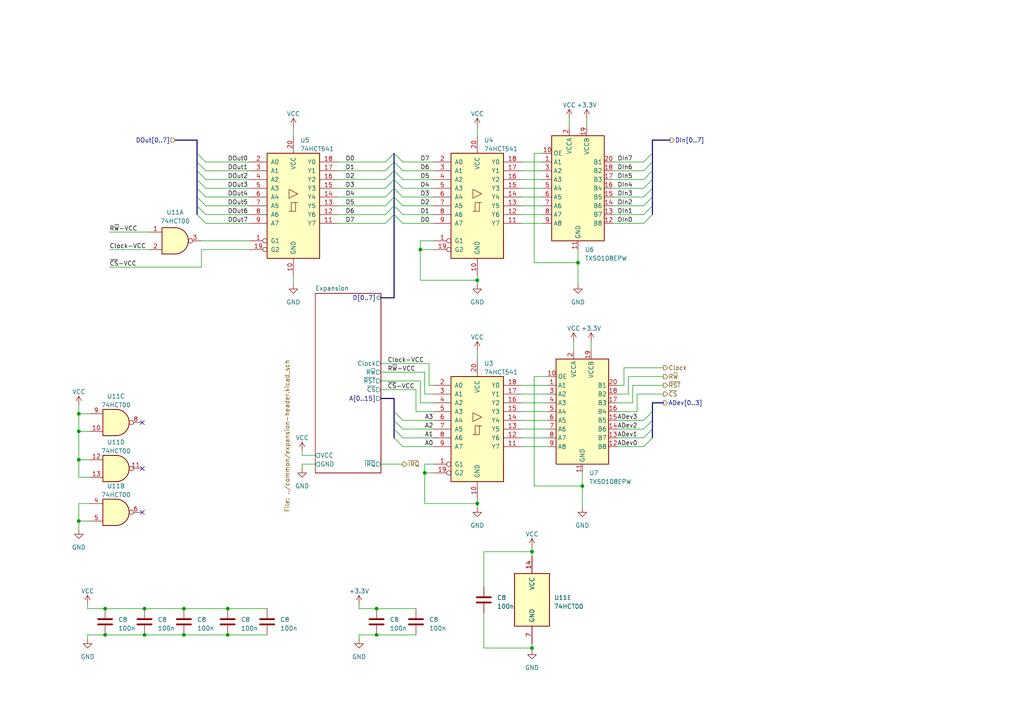
<source format=kicad_sch>
(kicad_sch (version 20230121) (generator eeschema)
  (paper "A4")
  (lib_symbols
    (symbol "74xx:74HCT00" (pin_names (offset 1.016))
      (property "Reference" "U" (at 0 1.27 0))
      (property "Value" "74HCT00" (at 0 -1.27 0))
      (symbol "74HCT00_1_1"
        (arc (start 0 -3.81) (mid 3.7934 0) (end 0 3.81) (stroke (width 0.254)) (fill (type background)))
        (polyline (pts (xy 0 3.81) (xy -3.81 3.81) (xy -3.81 -3.81) (xy 0 -3.81)) (stroke (width 0.254)) (fill (type background)))
        (pin input line (at -7.62 2.54 0) (length 3.81) (name "~") (number "1"))
        (pin input line (at -7.62 -2.54 0) (length 3.81) (name "~") (number "2"))
        (pin output inverted (at 7.62 0 180) (length 3.81) (name "~") (number "3"))
      )
      (symbol "74HCT00_1_2"
        (arc (start -3.81 -3.81) (mid -2.589 0) (end -3.81 3.81) (stroke (width 0.254)))
        (arc (start -0.6096 -3.81) (mid 2.1842 -2.5851) (end 3.81 0) (stroke (width 0.254)) (fill (type background)))
        (polyline (pts (xy -3.81 -3.81) (xy -0.635 -3.81)) (stroke (width 0.254)) (fill (type background)))
        (polyline (pts (xy -3.81 3.81) (xy -0.635 3.81)) (stroke (width 0.254)) (fill (type background)))
        (polyline (pts (xy -0.635 3.81) (xy -3.81 3.81) (xy -3.81 3.81) (xy -3.556 3.4036) (xy -3.0226 2.2606) (xy -2.6924 1.0414) (xy -2.6162 -0.254) (xy -2.7686 -1.4986) (xy -3.175 -2.7178) (xy -3.81 -3.81) (xy -3.81 -3.81) (xy -0.635 -3.81)) (stroke (width -25.4)) (fill (type background)))
        (arc (start 3.81 0) (mid 2.1915 2.5936) (end -0.6096 3.81) (stroke (width 0.254)) (fill (type background)))
        (pin input inverted (at -7.62 2.54 0) (length 4.318) (name "~") (number "1"))
        (pin input inverted (at -7.62 -2.54 0) (length 4.318) (name "~") (number "2"))
        (pin output line (at 7.62 0 180) (length 3.81) (name "~") (number "3"))
      )
      (symbol "74HCT00_2_1"
        (arc (start 0 -3.81) (mid 3.7934 0) (end 0 3.81) (stroke (width 0.254)) (fill (type background)))
        (polyline (pts (xy 0 3.81) (xy -3.81 3.81) (xy -3.81 -3.81) (xy 0 -3.81)) (stroke (width 0.254)) (fill (type background)))
        (pin input line (at -7.62 2.54 0) (length 3.81) (name "~") (number "4"))
        (pin input line (at -7.62 -2.54 0) (length 3.81) (name "~") (number "5"))
        (pin output inverted (at 7.62 0 180) (length 3.81) (name "~") (number "6"))
      )
      (symbol "74HCT00_2_2"
        (arc (start -3.81 -3.81) (mid -2.589 0) (end -3.81 3.81) (stroke (width 0.254)))
        (arc (start -0.6096 -3.81) (mid 2.1842 -2.5851) (end 3.81 0) (stroke (width 0.254)) (fill (type background)))
        (polyline (pts (xy -3.81 -3.81) (xy -0.635 -3.81)) (stroke (width 0.254)) (fill (type background)))
        (polyline (pts (xy -3.81 3.81) (xy -0.635 3.81)) (stroke (width 0.254)) (fill (type background)))
        (polyline (pts (xy -0.635 3.81) (xy -3.81 3.81) (xy -3.81 3.81) (xy -3.556 3.4036) (xy -3.0226 2.2606) (xy -2.6924 1.0414) (xy -2.6162 -0.254) (xy -2.7686 -1.4986) (xy -3.175 -2.7178) (xy -3.81 -3.81) (xy -3.81 -3.81) (xy -0.635 -3.81)) (stroke (width -25.4)) (fill (type background)))
        (arc (start 3.81 0) (mid 2.1915 2.5936) (end -0.6096 3.81) (stroke (width 0.254)) (fill (type background)))
        (pin input inverted (at -7.62 2.54 0) (length 4.318) (name "~") (number "4"))
        (pin input inverted (at -7.62 -2.54 0) (length 4.318) (name "~") (number "5"))
        (pin output line (at 7.62 0 180) (length 3.81) (name "~") (number "6"))
      )
      (symbol "74HCT00_3_1"
        (arc (start 0 -3.81) (mid 3.7934 0) (end 0 3.81) (stroke (width 0.254)) (fill (type background)))
        (polyline (pts (xy 0 3.81) (xy -3.81 3.81) (xy -3.81 -3.81) (xy 0 -3.81)) (stroke (width 0.254)) (fill (type background)))
        (pin input line (at -7.62 -2.54 0) (length 3.81) (name "~") (number "10"))
        (pin output inverted (at 7.62 0 180) (length 3.81) (name "~") (number "8"))
        (pin input line (at -7.62 2.54 0) (length 3.81) (name "~") (number "9"))
      )
      (symbol "74HCT00_3_2"
        (arc (start -3.81 -3.81) (mid -2.589 0) (end -3.81 3.81) (stroke (width 0.254)))
        (arc (start -0.6096 -3.81) (mid 2.1842 -2.5851) (end 3.81 0) (stroke (width 0.254)) (fill (type background)))
        (polyline (pts (xy -3.81 -3.81) (xy -0.635 -3.81)) (stroke (width 0.254)) (fill (type background)))
        (polyline (pts (xy -3.81 3.81) (xy -0.635 3.81)) (stroke (width 0.254)) (fill (type background)))
        (polyline (pts (xy -0.635 3.81) (xy -3.81 3.81) (xy -3.81 3.81) (xy -3.556 3.4036) (xy -3.0226 2.2606) (xy -2.6924 1.0414) (xy -2.6162 -0.254) (xy -2.7686 -1.4986) (xy -3.175 -2.7178) (xy -3.81 -3.81) (xy -3.81 -3.81) (xy -0.635 -3.81)) (stroke (width -25.4)) (fill (type background)))
        (arc (start 3.81 0) (mid 2.1915 2.5936) (end -0.6096 3.81) (stroke (width 0.254)) (fill (type background)))
        (pin input inverted (at -7.62 -2.54 0) (length 4.318) (name "~") (number "10"))
        (pin output line (at 7.62 0 180) (length 3.81) (name "~") (number "8"))
        (pin input inverted (at -7.62 2.54 0) (length 4.318) (name "~") (number "9"))
      )
      (symbol "74HCT00_4_1"
        (arc (start 0 -3.81) (mid 3.7934 0) (end 0 3.81) (stroke (width 0.254)) (fill (type background)))
        (polyline (pts (xy 0 3.81) (xy -3.81 3.81) (xy -3.81 -3.81) (xy 0 -3.81)) (stroke (width 0.254)) (fill (type background)))
        (pin output inverted (at 7.62 0 180) (length 3.81) (name "~") (number "11"))
        (pin input line (at -7.62 2.54 0) (length 3.81) (name "~") (number "12"))
        (pin input line (at -7.62 -2.54 0) (length 3.81) (name "~") (number "13"))
      )
      (symbol "74HCT00_4_2"
        (arc (start -3.81 -3.81) (mid -2.589 0) (end -3.81 3.81) (stroke (width 0.254)))
        (arc (start -0.6096 -3.81) (mid 2.1842 -2.5851) (end 3.81 0) (stroke (width 0.254)) (fill (type background)))
        (polyline (pts (xy -3.81 -3.81) (xy -0.635 -3.81)) (stroke (width 0.254)) (fill (type background)))
        (polyline (pts (xy -3.81 3.81) (xy -0.635 3.81)) (stroke (width 0.254)) (fill (type background)))
        (polyline (pts (xy -0.635 3.81) (xy -3.81 3.81) (xy -3.81 3.81) (xy -3.556 3.4036) (xy -3.0226 2.2606) (xy -2.6924 1.0414) (xy -2.6162 -0.254) (xy -2.7686 -1.4986) (xy -3.175 -2.7178) (xy -3.81 -3.81) (xy -3.81 -3.81) (xy -0.635 -3.81)) (stroke (width -25.4)) (fill (type background)))
        (arc (start 3.81 0) (mid 2.1915 2.5936) (end -0.6096 3.81) (stroke (width 0.254)) (fill (type background)))
        (pin output line (at 7.62 0 180) (length 3.81) (name "~") (number "11"))
        (pin input inverted (at -7.62 2.54 0) (length 4.318) (name "~") (number "12"))
        (pin input inverted (at -7.62 -2.54 0) (length 4.318) (name "~") (number "13"))
      )
      (symbol "74HCT00_5_0"
        (pin power_in line (at 0 12.7 270) (length 5.08) (name "VCC") (number "14"))
        (pin power_in line (at 0 -12.7 90) (length 5.08) (name "GND") (number "7"))
      )
      (symbol "74HCT00_5_1"
        (rectangle (start -5.08 7.62) (end 5.08 -7.62) (stroke (width 0.254)) (fill (type background)))
      )
    )
    (symbol "74xx:74LS541" (pin_names (offset 1.016))
      (property "Reference" "U" (at -7.62 16.51 0))
      (property "Value" "74LS541" (at -7.62 -16.51 0))
      (symbol "74LS541_1_0"
        (polyline (pts (xy -0.635 -1.6002) (xy -0.635 0.9398) (xy 0.635 0.9398)))
        (polyline (pts (xy -1.27 -1.6002) (xy 0.635 -1.6002) (xy 0.635 0.9398) (xy 1.27 0.9398)))
        (polyline (pts (xy 1.27 3.4798) (xy -1.27 4.7498) (xy -1.27 2.2098) (xy 1.27 3.4798)) (stroke (width 0.1524)))
        (pin input inverted (at -12.7 -10.16 0) (length 5.08) (name "G1") (number "1"))
        (pin power_in line (at 0 -20.32 90) (length 5.08) (name "GND") (number "10"))
        (pin tri_state line (at 12.7 -5.08 180) (length 5.08) (name "Y7") (number "11"))
        (pin tri_state line (at 12.7 -2.54 180) (length 5.08) (name "Y6") (number "12"))
        (pin tri_state line (at 12.7 0 180) (length 5.08) (name "Y5") (number "13"))
        (pin tri_state line (at 12.7 2.54 180) (length 5.08) (name "Y4") (number "14"))
        (pin tri_state line (at 12.7 5.08 180) (length 5.08) (name "Y3") (number "15"))
        (pin tri_state line (at 12.7 7.62 180) (length 5.08) (name "Y2") (number "16"))
        (pin tri_state line (at 12.7 10.16 180) (length 5.08) (name "Y1") (number "17"))
        (pin tri_state line (at 12.7 12.7 180) (length 5.08) (name "Y0") (number "18"))
        (pin input inverted (at -12.7 -12.7 0) (length 5.08) (name "G2") (number "19"))
        (pin input line (at -12.7 12.7 0) (length 5.08) (name "A0") (number "2"))
        (pin power_in line (at 0 20.32 270) (length 5.08) (name "VCC") (number "20"))
        (pin input line (at -12.7 10.16 0) (length 5.08) (name "A1") (number "3"))
        (pin input line (at -12.7 7.62 0) (length 5.08) (name "A2") (number "4"))
        (pin input line (at -12.7 5.08 0) (length 5.08) (name "A3") (number "5"))
        (pin input line (at -12.7 2.54 0) (length 5.08) (name "A4") (number "6"))
        (pin input line (at -12.7 0 0) (length 5.08) (name "A5") (number "7"))
        (pin input line (at -12.7 -2.54 0) (length 5.08) (name "A6") (number "8"))
        (pin input line (at -12.7 -5.08 0) (length 5.08) (name "A7") (number "9"))
      )
      (symbol "74LS541_1_1"
        (rectangle (start -7.62 15.24) (end 7.62 -15.24) (stroke (width 0.254)) (fill (type background)))
      )
    )
    (symbol "Device:C" (pin_numbers hide) (pin_names (offset 0.254))
      (property "Reference" "C" (at 0.635 2.54 0))
      (property "Value" "C" (at 0.635 -2.54 0))
      (symbol "C_0_1"
        (polyline (pts (xy -2.032 -0.762) (xy 2.032 -0.762)) (stroke (width 0.508)))
        (polyline (pts (xy -2.032 0.762) (xy 2.032 0.762)) (stroke (width 0.508)))
      )
      (symbol "C_1_1"
        (pin passive line (at 0 3.81 270) (length 2.794) (name "~") (number "1"))
        (pin passive line (at 0 -3.81 90) (length 2.794) (name "~") (number "2"))
      )
    )
    (symbol "Logic_LevelTranslator:TXS0108EPW"
      (property "Reference" "U" (at -6.35 16.51 0))
      (property "Value" "TXS0108EPW" (at 3.81 16.51 0))
      (symbol "TXS0108EPW_0_1"
        (rectangle (start -7.62 15.24) (end 7.62 -15.24) (stroke (width 0.254)) (fill (type background)))
      )
      (symbol "TXS0108EPW_1_1"
        (pin bidirectional line (at -10.16 7.62 0) (length 2.54) (name "A1") (number "1"))
        (pin input line (at -10.16 10.16 0) (length 2.54) (name "OE") (number "10"))
        (pin power_in line (at 0 -17.78 90) (length 2.54) (name "GND") (number "11"))
        (pin bidirectional line (at 10.16 -10.16 180) (length 2.54) (name "B8") (number "12"))
        (pin bidirectional line (at 10.16 -7.62 180) (length 2.54) (name "B7") (number "13"))
        (pin bidirectional line (at 10.16 -5.08 180) (length 2.54) (name "B6") (number "14"))
        (pin bidirectional line (at 10.16 -2.54 180) (length 2.54) (name "B5") (number "15"))
        (pin bidirectional line (at 10.16 0 180) (length 2.54) (name "B4") (number "16"))
        (pin bidirectional line (at 10.16 2.54 180) (length 2.54) (name "B3") (number "17"))
        (pin bidirectional line (at 10.16 5.08 180) (length 2.54) (name "B2") (number "18"))
        (pin power_in line (at 2.54 17.78 270) (length 2.54) (name "VCCB") (number "19"))
        (pin power_in line (at -2.54 17.78 270) (length 2.54) (name "VCCA") (number "2"))
        (pin bidirectional line (at 10.16 7.62 180) (length 2.54) (name "B1") (number "20"))
        (pin bidirectional line (at -10.16 5.08 0) (length 2.54) (name "A2") (number "3"))
        (pin bidirectional line (at -10.16 2.54 0) (length 2.54) (name "A3") (number "4"))
        (pin bidirectional line (at -10.16 0 0) (length 2.54) (name "A4") (number "5"))
        (pin bidirectional line (at -10.16 -2.54 0) (length 2.54) (name "A5") (number "6"))
        (pin bidirectional line (at -10.16 -5.08 0) (length 2.54) (name "A6") (number "7"))
        (pin bidirectional line (at -10.16 -7.62 0) (length 2.54) (name "A7") (number "8"))
        (pin bidirectional line (at -10.16 -10.16 0) (length 2.54) (name "A8") (number "9"))
      )
    )
    (symbol "power:+3.3V" (power) (pin_names (offset 0))
      (property "Value" "+3.3V" (at 0 3.556 0))
      (symbol "+3.3V_0_1"
        (polyline (pts (xy -0.762 1.27) (xy 0 2.54)))
        (polyline (pts (xy 0 0) (xy 0 2.54)))
        (polyline (pts (xy 0 2.54) (xy 0.762 1.27)))
      )
      (symbol "+3.3V_1_1"
        (pin power_in line (at 0 0 90) (length 0) hide (name "+3.3V") (number "1"))
      )
    )
    (symbol "power:GND" (power) (pin_names (offset 0))
      (property "Value" "GND" (at 0 -3.81 0))
      (symbol "GND_0_1"
        (polyline (pts (xy 0 0) (xy 0 -1.27) (xy 1.27 -1.27) (xy 0 -2.54) (xy -1.27 -1.27) (xy 0 -1.27)))
      )
      (symbol "GND_1_1"
        (pin power_in line (at 0 0 270) (length 0) hide (name "GND") (number "1"))
      )
    )
    (symbol "power:VCC" (power) (pin_names (offset 0))
      (property "Value" "VCC" (at 0 3.81 0))
      (symbol "VCC_0_1"
        (polyline (pts (xy -0.762 1.27) (xy 0 2.54)))
        (polyline (pts (xy 0 0) (xy 0 2.54)))
        (polyline (pts (xy 0 2.54) (xy 0.762 1.27)))
      )
      (symbol "VCC_1_1"
        (pin power_in line (at 0 0 90) (length 0) hide (name "VCC") (number "1"))
      )
    )
  )
  (junction (at 41.91 176.53))
  (junction (at 138.43 81.28))
  (junction (at 30.48 176.53))
  (junction (at 22.86 151.13))
  (junction (at 53.34 176.53))
  (junction (at 109.22 176.53))
  (junction (at 53.34 184.15))
  (junction (at 138.43 146.05))
  (junction (at 121.92 72.39))
  (junction (at 154.305 160.02))
  (junction (at 41.91 184.15))
  (junction (at 168.91 140.97))
  (junction (at 66.04 176.53))
  (junction (at 167.64 76.2))
  (junction (at 22.86 120.015))
  (junction (at 22.86 125.095))
  (junction (at 154.305 187.96))
  (junction (at 30.48 184.15))
  (junction (at 66.04 184.15))
  (junction (at 123.19 137.16))
  (junction (at 109.22 184.15))
  (junction (at 22.86 133.35))
  (no_connect (at 41.275 135.89))
  (no_connect (at 41.275 148.59))
  (no_connect (at 41.275 122.555))
  (bus_entry (at 114.3 124.46) (size 2.54 2.54))
  (bus_entry (at 57.15 49.53) (size 2.54 2.54))
  (bus_entry (at 114.3 54.61) (size 2.54 2.54))
  (bus_entry (at 189.23 59.69) (size -2.54 2.54))
  (bus_entry (at 114.3 121.92) (size 2.54 2.54))
  (bus_entry (at 114.3 44.45) (size 2.54 2.54))
  (bus_entry (at 114.3 57.15) (size 2.54 2.54))
  (bus_entry (at 189.23 54.61) (size -2.54 2.54))
  (bus_entry (at 114.3 127) (size 2.54 2.54))
  (bus_entry (at 114.3 54.61) (size -2.54 2.54))
  (bus_entry (at 114.3 46.99) (size 2.54 2.54))
  (bus_entry (at 57.15 57.15) (size 2.54 2.54))
  (bus_entry (at 114.3 119.38) (size 2.54 2.54))
  (bus_entry (at 114.3 44.45) (size -2.54 2.54))
  (bus_entry (at 114.3 52.07) (size 2.54 2.54))
  (bus_entry (at 57.15 62.23) (size 2.54 2.54))
  (bus_entry (at 114.3 49.53) (size 2.54 2.54))
  (bus_entry (at 57.15 46.99) (size 2.54 2.54))
  (bus_entry (at 114.3 57.15) (size -2.54 2.54))
  (bus_entry (at 57.15 54.61) (size 2.54 2.54))
  (bus_entry (at 114.3 49.53) (size -2.54 2.54))
  (bus_entry (at 189.23 62.23) (size -2.54 2.54))
  (bus_entry (at 189.23 46.99) (size -2.54 2.54))
  (bus_entry (at 114.3 52.07) (size -2.54 2.54))
  (bus_entry (at 189.23 57.15) (size -2.54 2.54))
  (bus_entry (at 114.3 46.99) (size -2.54 2.54))
  (bus_entry (at 57.15 59.69) (size 2.54 2.54))
  (bus_entry (at 57.15 44.45) (size 2.54 2.54))
  (bus_entry (at 189.23 121.92) (size -2.54 2.54))
  (bus_entry (at 57.15 52.07) (size 2.54 2.54))
  (bus_entry (at 189.23 124.46) (size -2.54 2.54))
  (bus_entry (at 114.3 62.23) (size 2.54 2.54))
  (bus_entry (at 114.3 59.69) (size 2.54 2.54))
  (bus_entry (at 189.23 52.07) (size -2.54 2.54))
  (bus_entry (at 189.23 44.45) (size -2.54 2.54))
  (bus_entry (at 189.23 119.38) (size -2.54 2.54))
  (bus_entry (at 114.3 62.23) (size -2.54 2.54))
  (bus_entry (at 189.23 127) (size -2.54 2.54))
  (bus_entry (at 114.3 59.69) (size -2.54 2.54))
  (bus_entry (at 189.23 49.53) (size -2.54 2.54))
  (bus (pts (xy 192.405 116.84) (xy 189.23 116.84)))
  (wire (pts (xy 177.8 54.61) (xy 186.69 54.61)))
  (wire (pts (xy 66.04 176.53) (xy 77.47 176.53)))
  (wire (pts (xy 72.39 72.39) (xy 58.42 72.39)))
  (wire (pts (xy 59.69 62.23) (xy 72.39 62.23)))
  (wire (pts (xy 140.335 177.8) (xy 140.335 187.96)))
  (wire (pts (xy 154.305 158.75) (xy 154.305 160.02)))
  (wire (pts (xy 168.91 140.97) (xy 168.91 137.16)))
  (wire (pts (xy 111.76 46.99) (xy 97.79 46.99)))
  (wire (pts (xy 154.305 160.02) (xy 154.305 161.29)))
  (wire (pts (xy 110.49 105.41) (xy 124.46 105.41)))
  (wire (pts (xy 184.785 119.38) (xy 179.07 119.38)))
  (wire (pts (xy 110.49 113.03) (xy 120.65 113.03)))
  (wire (pts (xy 182.245 114.3) (xy 179.07 114.3)))
  (wire (pts (xy 121.92 81.28) (xy 138.43 81.28)))
  (wire (pts (xy 116.84 62.23) (xy 125.73 62.23)))
  (wire (pts (xy 123.19 114.3) (xy 125.73 114.3)))
  (wire (pts (xy 140.335 170.18) (xy 140.335 160.02)))
  (wire (pts (xy 168.91 147.32) (xy 168.91 140.97)))
  (wire (pts (xy 111.76 52.07) (xy 97.79 52.07)))
  (wire (pts (xy 41.91 184.15) (xy 53.34 184.15)))
  (wire (pts (xy 157.48 57.15) (xy 151.13 57.15)))
  (bus (pts (xy 114.3 54.61) (xy 114.3 57.15)))
  (bus (pts (xy 57.15 44.45) (xy 57.15 46.99)))
  (wire (pts (xy 59.69 64.77) (xy 72.39 64.77)))
  (wire (pts (xy 125.73 69.85) (xy 121.92 69.85)))
  (wire (pts (xy 26.035 138.43) (xy 22.86 138.43)))
  (wire (pts (xy 120.65 119.38) (xy 125.73 119.38)))
  (bus (pts (xy 114.3 52.07) (xy 114.3 54.61)))
  (bus (pts (xy 57.15 40.64) (xy 57.15 44.45)))
  (wire (pts (xy 58.42 69.85) (xy 72.39 69.85)))
  (wire (pts (xy 22.86 125.095) (xy 26.035 125.095)))
  (wire (pts (xy 177.8 62.23) (xy 186.69 62.23)))
  (wire (pts (xy 22.86 133.35) (xy 22.86 125.095)))
  (wire (pts (xy 111.76 49.53) (xy 97.79 49.53)))
  (wire (pts (xy 179.07 129.54) (xy 186.69 129.54)))
  (wire (pts (xy 177.8 46.99) (xy 186.69 46.99)))
  (wire (pts (xy 26.035 146.05) (xy 22.86 146.05)))
  (wire (pts (xy 158.75 119.38) (xy 151.13 119.38)))
  (bus (pts (xy 189.23 40.64) (xy 189.23 44.45)))
  (wire (pts (xy 25.4 176.53) (xy 30.48 176.53)))
  (wire (pts (xy 177.8 49.53) (xy 186.69 49.53)))
  (wire (pts (xy 157.48 64.77) (xy 151.13 64.77)))
  (wire (pts (xy 110.49 134.62) (xy 116.84 134.62)))
  (wire (pts (xy 124.46 105.41) (xy 124.46 111.76)))
  (wire (pts (xy 158.75 124.46) (xy 151.13 124.46)))
  (wire (pts (xy 116.84 46.99) (xy 125.73 46.99)))
  (bus (pts (xy 114.3 115.57) (xy 114.3 119.38)))
  (bus (pts (xy 114.3 49.53) (xy 114.3 52.07)))
  (wire (pts (xy 85.09 80.01) (xy 85.09 82.55)))
  (wire (pts (xy 116.84 54.61) (xy 125.73 54.61)))
  (wire (pts (xy 31.75 77.47) (xy 58.42 77.47)))
  (bus (pts (xy 50.8 40.64) (xy 57.15 40.64)))
  (wire (pts (xy 123.19 107.95) (xy 123.19 114.3)))
  (wire (pts (xy 158.75 109.22) (xy 154.94 109.22)))
  (wire (pts (xy 183.515 116.84) (xy 179.07 116.84)))
  (wire (pts (xy 58.42 72.39) (xy 58.42 77.47)))
  (wire (pts (xy 116.84 57.15) (xy 125.73 57.15)))
  (bus (pts (xy 114.3 62.23) (xy 114.3 86.36)))
  (wire (pts (xy 138.43 80.01) (xy 138.43 81.28)))
  (bus (pts (xy 114.3 119.38) (xy 114.3 121.92)))
  (wire (pts (xy 158.75 114.3) (xy 151.13 114.3)))
  (wire (pts (xy 182.245 109.22) (xy 182.245 114.3)))
  (wire (pts (xy 121.92 72.39) (xy 125.73 72.39)))
  (bus (pts (xy 114.3 59.69) (xy 114.3 62.23)))
  (wire (pts (xy 124.46 111.76) (xy 125.73 111.76)))
  (wire (pts (xy 180.975 106.68) (xy 180.975 111.76)))
  (wire (pts (xy 104.14 176.53) (xy 109.22 176.53)))
  (wire (pts (xy 158.75 116.84) (xy 151.13 116.84)))
  (wire (pts (xy 111.76 59.69) (xy 97.79 59.69)))
  (wire (pts (xy 158.75 129.54) (xy 151.13 129.54)))
  (wire (pts (xy 154.94 140.97) (xy 168.91 140.97)))
  (wire (pts (xy 31.75 67.31) (xy 43.18 67.31)))
  (wire (pts (xy 22.86 120.015) (xy 22.86 117.475)))
  (wire (pts (xy 138.43 101.6) (xy 138.43 104.14)))
  (wire (pts (xy 116.84 124.46) (xy 125.73 124.46)))
  (wire (pts (xy 157.48 46.99) (xy 151.13 46.99)))
  (wire (pts (xy 104.14 175.26) (xy 104.14 176.53)))
  (wire (pts (xy 140.335 160.02) (xy 154.305 160.02)))
  (bus (pts (xy 189.23 121.92) (xy 189.23 124.46)))
  (bus (pts (xy 189.23 57.15) (xy 189.23 59.69)))
  (wire (pts (xy 167.64 82.55) (xy 167.64 76.2)))
  (bus (pts (xy 57.15 49.53) (xy 57.15 52.07)))
  (wire (pts (xy 123.19 146.05) (xy 138.43 146.05)))
  (wire (pts (xy 154.94 109.22) (xy 154.94 140.97)))
  (bus (pts (xy 189.23 124.46) (xy 189.23 127)))
  (bus (pts (xy 189.23 49.53) (xy 189.23 52.07)))
  (wire (pts (xy 125.73 134.62) (xy 123.19 134.62)))
  (wire (pts (xy 158.75 121.92) (xy 151.13 121.92)))
  (wire (pts (xy 109.22 184.15) (xy 120.65 184.15)))
  (wire (pts (xy 116.84 49.53) (xy 125.73 49.53)))
  (bus (pts (xy 189.23 54.61) (xy 189.23 57.15)))
  (wire (pts (xy 59.69 59.69) (xy 72.39 59.69)))
  (wire (pts (xy 111.76 57.15) (xy 97.79 57.15)))
  (bus (pts (xy 57.15 59.69) (xy 57.15 62.23)))
  (wire (pts (xy 157.48 54.61) (xy 151.13 54.61)))
  (wire (pts (xy 183.515 111.76) (xy 183.515 116.84)))
  (bus (pts (xy 189.23 52.07) (xy 189.23 54.61)))
  (bus (pts (xy 57.15 52.07) (xy 57.15 54.61)))
  (wire (pts (xy 157.48 44.45) (xy 154.94 44.45)))
  (wire (pts (xy 87.63 135.89) (xy 87.63 134.62)))
  (wire (pts (xy 192.405 109.22) (xy 182.245 109.22)))
  (wire (pts (xy 123.19 134.62) (xy 123.19 137.16)))
  (wire (pts (xy 170.18 34.29) (xy 170.18 36.83)))
  (wire (pts (xy 192.405 106.68) (xy 180.975 106.68)))
  (wire (pts (xy 123.19 137.16) (xy 123.19 146.05)))
  (wire (pts (xy 138.43 81.28) (xy 138.43 82.55)))
  (wire (pts (xy 167.64 76.2) (xy 167.64 72.39)))
  (wire (pts (xy 22.86 146.05) (xy 22.86 151.13)))
  (wire (pts (xy 157.48 52.07) (xy 151.13 52.07)))
  (wire (pts (xy 87.63 134.62) (xy 91.44 134.62)))
  (bus (pts (xy 114.3 46.99) (xy 114.3 49.53)))
  (wire (pts (xy 184.785 114.3) (xy 192.405 114.3)))
  (wire (pts (xy 85.09 36.83) (xy 85.09 39.37)))
  (wire (pts (xy 41.91 176.53) (xy 53.34 176.53)))
  (wire (pts (xy 22.86 133.35) (xy 26.035 133.35)))
  (wire (pts (xy 121.92 72.39) (xy 121.92 81.28)))
  (wire (pts (xy 53.34 184.15) (xy 66.04 184.15)))
  (wire (pts (xy 59.69 57.15) (xy 72.39 57.15)))
  (wire (pts (xy 158.75 127) (xy 151.13 127)))
  (wire (pts (xy 179.07 124.46) (xy 186.69 124.46)))
  (wire (pts (xy 22.86 138.43) (xy 22.86 133.35)))
  (wire (pts (xy 154.305 187.96) (xy 154.305 186.69)))
  (wire (pts (xy 25.4 184.15) (xy 30.48 184.15)))
  (wire (pts (xy 87.63 132.08) (xy 91.44 132.08)))
  (wire (pts (xy 177.8 64.77) (xy 186.69 64.77)))
  (wire (pts (xy 138.43 36.83) (xy 138.43 39.37)))
  (bus (pts (xy 57.15 46.99) (xy 57.15 49.53)))
  (wire (pts (xy 59.69 49.53) (xy 72.39 49.53)))
  (wire (pts (xy 177.8 57.15) (xy 186.69 57.15)))
  (wire (pts (xy 116.84 64.77) (xy 125.73 64.77)))
  (wire (pts (xy 25.4 185.42) (xy 25.4 184.15)))
  (wire (pts (xy 180.975 111.76) (xy 179.07 111.76)))
  (wire (pts (xy 116.84 129.54) (xy 125.73 129.54)))
  (wire (pts (xy 138.43 144.78) (xy 138.43 146.05)))
  (wire (pts (xy 121.92 110.49) (xy 121.92 116.84)))
  (wire (pts (xy 123.19 137.16) (xy 125.73 137.16)))
  (wire (pts (xy 22.86 151.13) (xy 26.035 151.13)))
  (bus (pts (xy 189.23 46.99) (xy 189.23 49.53)))
  (wire (pts (xy 184.785 114.3) (xy 184.785 119.38)))
  (wire (pts (xy 157.48 62.23) (xy 151.13 62.23)))
  (bus (pts (xy 189.23 59.69) (xy 189.23 62.23)))
  (wire (pts (xy 138.43 146.05) (xy 138.43 147.32)))
  (wire (pts (xy 154.305 188.595) (xy 154.305 187.96)))
  (wire (pts (xy 25.4 175.26) (xy 25.4 176.53)))
  (wire (pts (xy 165.1 34.29) (xy 165.1 36.83)))
  (wire (pts (xy 110.49 110.49) (xy 121.92 110.49)))
  (wire (pts (xy 116.84 121.92) (xy 125.73 121.92)))
  (wire (pts (xy 104.14 184.15) (xy 109.22 184.15)))
  (bus (pts (xy 110.49 86.36) (xy 114.3 86.36)))
  (bus (pts (xy 189.23 116.84) (xy 189.23 119.38)))
  (wire (pts (xy 154.94 44.45) (xy 154.94 76.2)))
  (wire (pts (xy 116.84 127) (xy 125.73 127)))
  (wire (pts (xy 110.49 107.95) (xy 123.19 107.95)))
  (wire (pts (xy 22.86 120.015) (xy 26.035 120.015)))
  (wire (pts (xy 192.405 111.76) (xy 183.515 111.76)))
  (bus (pts (xy 114.3 121.92) (xy 114.3 124.46)))
  (wire (pts (xy 111.76 54.61) (xy 97.79 54.61)))
  (wire (pts (xy 140.335 187.96) (xy 154.305 187.96)))
  (wire (pts (xy 109.22 176.53) (xy 120.65 176.53)))
  (wire (pts (xy 87.63 130.81) (xy 87.63 132.08)))
  (wire (pts (xy 66.04 184.15) (xy 77.47 184.15)))
  (wire (pts (xy 116.84 59.69) (xy 125.73 59.69)))
  (wire (pts (xy 111.76 64.77) (xy 97.79 64.77)))
  (wire (pts (xy 121.92 69.85) (xy 121.92 72.39)))
  (bus (pts (xy 57.15 57.15) (xy 57.15 59.69)))
  (wire (pts (xy 120.65 113.03) (xy 120.65 119.38)))
  (wire (pts (xy 177.8 52.07) (xy 186.69 52.07)))
  (bus (pts (xy 114.3 57.15) (xy 114.3 59.69)))
  (bus (pts (xy 110.49 115.57) (xy 114.3 115.57)))
  (wire (pts (xy 22.86 151.13) (xy 22.86 153.67)))
  (wire (pts (xy 154.94 76.2) (xy 167.64 76.2)))
  (bus (pts (xy 189.23 119.38) (xy 189.23 121.92)))
  (wire (pts (xy 59.69 46.99) (xy 72.39 46.99)))
  (wire (pts (xy 111.76 62.23) (xy 97.79 62.23)))
  (wire (pts (xy 158.75 111.76) (xy 151.13 111.76)))
  (wire (pts (xy 177.8 59.69) (xy 186.69 59.69)))
  (wire (pts (xy 53.34 176.53) (xy 66.04 176.53)))
  (wire (pts (xy 104.14 185.42) (xy 104.14 184.15)))
  (wire (pts (xy 116.84 52.07) (xy 125.73 52.07)))
  (bus (pts (xy 194.31 40.64) (xy 189.23 40.64)))
  (bus (pts (xy 57.15 54.61) (xy 57.15 57.15)))
  (wire (pts (xy 59.69 52.07) (xy 72.39 52.07)))
  (wire (pts (xy 186.69 121.92) (xy 179.07 121.92)))
  (wire (pts (xy 179.07 127) (xy 186.69 127)))
  (wire (pts (xy 166.37 99.06) (xy 166.37 101.6)))
  (wire (pts (xy 157.48 49.53) (xy 151.13 49.53)))
  (wire (pts (xy 59.69 54.61) (xy 72.39 54.61)))
  (wire (pts (xy 31.75 72.39) (xy 43.18 72.39)))
  (wire (pts (xy 30.48 184.15) (xy 41.91 184.15)))
  (wire (pts (xy 22.86 125.095) (xy 22.86 120.015)))
  (wire (pts (xy 171.45 99.06) (xy 171.45 101.6)))
  (bus (pts (xy 114.3 124.46) (xy 114.3 127)))
  (bus (pts (xy 189.23 44.45) (xy 189.23 46.99)))
  (wire (pts (xy 121.92 116.84) (xy 125.73 116.84)))
  (wire (pts (xy 157.48 59.69) (xy 151.13 59.69)))
  (wire (pts (xy 30.48 176.53) (xy 41.91 176.53)))
  (bus (pts (xy 114.3 44.45) (xy 114.3 46.99)))
  (label "~{CS}-VCC" (at 112.395 113.03 0))
  (label "D3" (at 121.92 57.15 0))
  (label "DIn7" (at 179.07 46.99 0))
  (label "D2" (at 102.87 52.07 180))
  (label "D3" (at 102.87 54.61 180))
  (label "DIn4" (at 179.07 54.61 0))
  (label "A1" (at 123.19 127 0))
  (label "DOut3" (at 66.04 54.61 0))
  (label "DIn3" (at 179.07 57.15 0))
  (label "DIn2" (at 179.07 59.69 0))
  (label "ADev2" (at 179.07 124.46 0))
  (label "ADev0" (at 179.07 129.54 0))
  (label "D1" (at 121.92 62.23 0))
  (label "A3" (at 123.19 121.92 0))
  (label "DOut1" (at 66.04 49.53 0))
  (label "DIn6" (at 179.07 49.53 0))
  (label "DOut6" (at 66.04 62.23 0))
  (label "Clock-VCC" (at 31.75 72.39 0))
  (label "DOut5" (at 66.04 59.69 0))
  (label "D0" (at 121.92 64.77 0))
  (label "R~{W}-VCC" (at 31.75 67.31 0))
  (label "Clock-VCC" (at 112.395 105.41 0))
  (label "D4" (at 121.92 54.61 0))
  (label "ADev3" (at 179.07 121.92 0))
  (label "D6" (at 102.87 62.23 180))
  (label "~{CS}-VCC" (at 31.75 77.47 0))
  (label "A0" (at 123.19 129.54 0))
  (label "DOut2" (at 66.04 52.07 0))
  (label "DIn5" (at 179.07 52.07 0))
  (label "D5" (at 102.87 59.69 180))
  (label "D0" (at 102.87 46.99 180))
  (label "A2" (at 123.19 124.46 0))
  (label "D2" (at 121.92 59.69 0))
  (label "DOut0" (at 66.04 46.99 0))
  (label "DOut4" (at 66.04 57.15 0))
  (label "R~{W}-VCC" (at 112.395 107.95 0))
  (label "DIn0" (at 179.07 64.77 0))
  (label "DIn1" (at 179.07 62.23 0))
  (label "D7" (at 102.87 64.77 180))
  (label "D6" (at 121.92 49.53 0))
  (label "DOut7" (at 66.04 64.77 0))
  (label "ADev1" (at 179.07 127 0))
  (label "D5" (at 121.92 52.07 0))
  (label "D1" (at 102.87 49.53 180))
  (label "D7" (at 121.92 46.99 0))
  (label "D4" (at 102.87 57.15 180))
  (hierarchical_label "DOut[0..7]" (shape input) (at 50.8 40.64 180))
  (hierarchical_label "~{CS}" (shape output) (at 192.405 114.3 0))
  (hierarchical_label "ADev[0..3]" (shape output) (at 192.405 116.84 0))
  (hierarchical_label "Clock" (shape output) (at 192.405 106.68 0))
  (hierarchical_label "R~{W}" (shape output) (at 192.405 109.22 0))
  (hierarchical_label "DIn[0..7]" (shape output) (at 194.31 40.64 0))
  (hierarchical_label "~{RST}" (shape output) (at 192.405 111.76 0))
  (hierarchical_label "~{IRQ}" (shape output) (at 116.84 134.62 0))
  (symbol (lib_id "power:VCC") (at 165.1 34.29 0) (unit 1)
    (property "Reference" "#PWR030" (effects hide))
    (property "Value" "VCC" (at 165.1 30.48 0))
  )
  (symbol (lib_id "Device:C") (at 109.22 180.34 0) (unit 1)
    (property "Reference" "C8" (at 113.03 179.705 0) (effects (justify left)))
    (property "Value" "100n" (at 113.03 182.245 0) (effects (justify left)))
    (property "Footprint" "Capacitor_SMD:C_0805_2012Metric" (effects hide))
    (instances (project "fpga_gpu" (path "" (reference "C8") (unit 1)) (path "" (reference "C16") (unit 1))))
  )
  (symbol (lib_id "Device:C") (at 53.34 180.34 0) (unit 1)
    (property "Reference" "C8" (at 57.15 179.705 0) (effects (justify left)))
    (property "Value" "100n" (at 57.15 182.245 0) (effects (justify left)))
    (property "Footprint" "Capacitor_SMD:C_0805_2012Metric" (effects hide))
    (instances (project "fpga_gpu" (path "" (reference "C8") (unit 1)) (path "" (reference "C13") (unit 1))))
  )
  (symbol (lib_id "power:+3.3V") (at 171.45 99.06 0) (unit 1)
    (property "Reference" "#PWR06" (effects hide))
    (property "Value" "+3.3V" (at 171.45 95.25 0))
    (instances (project "fpga_gpu" (path "" (reference "#PWR06") (unit 1)) (path "" (reference "#PWR033") (unit 1))))
  )
  (symbol (lib_id "Device:C") (at 77.47 180.34 0) (unit 1)
    (property "Reference" "C8" (at 81.28 179.705 0) (effects (justify left)))
    (property "Value" "100n" (at 81.28 182.245 0) (effects (justify left)))
    (property "Footprint" "Capacitor_SMD:C_0805_2012Metric" (effects hide))
    (instances (project "fpga_gpu" (path "" (reference "C8") (unit 1)) (path "" (reference "C15") (unit 1))))
  )
  (symbol (lib_id "power:VCC") (at 138.43 101.6 0) (unit 1)
    (property "Reference" "#PWR024" (effects hide))
    (property "Value" "VCC" (at 138.43 97.79 0))
  )
  (symbol (lib_id "power:GND") (at 22.86 153.67 0) (unit 1)
    (property "Reference" "#PWR011" (effects hide))
    (property "Value" "GND" (at 22.86 158.75 0))
    (instances (project "fpga_gpu" (path "" (reference "#PWR011") (unit 1)) (path "" (reference "#PWR050") (unit 1))))
  )
  (symbol (lib_id "power:VCC") (at 85.09 36.83 0) (unit 1)
    (property "Reference" "#PWR022" (effects hide))
    (property "Value" "VCC" (at 85.09 33.02 0))
  )
  (symbol (lib_id "power:VCC") (at 138.43 36.83 0) (unit 1)
    (property "Reference" "#PWR020" (effects hide))
    (property "Value" "VCC" (at 138.43 33.02 0))
  )
  (symbol (lib_id "power:GND") (at 138.43 82.55 0) (unit 1)
    (property "Reference" "#PWR011" (effects hide))
    (property "Value" "GND" (at 138.43 87.63 0))
    (instances (project "fpga_gpu" (path "" (reference "#PWR011") (unit 1)) (path "" (reference "#PWR021") (unit 1))))
  )
  (symbol (lib_id "power:GND") (at 87.63 135.89 0) (unit 1)
    (property "Reference" "#PWR011" (effects hide))
    (property "Value" "GND" (at 87.63 140.97 0))
    (instances (project "fpga_gpu" (path "" (reference "#PWR011") (unit 1)) (path "" (reference "#PWR018") (unit 1))))
  )
  (symbol (lib_id "power:GND") (at 25.4 185.42 0) (unit 1)
    (property "Reference" "#PWR011" (effects hide))
    (property "Value" "GND" (at 25.4 190.5 0))
    (instances (project "fpga_gpu" (path "" (reference "#PWR011") (unit 1)) (path "" (reference "#PWR027") (unit 1))))
  )
  (symbol (lib_id "power:GND") (at 138.43 147.32 0) (unit 1)
    (property "Reference" "#PWR011" (effects hide))
    (property "Value" "GND" (at 138.43 152.4 0))
    (instances (project "fpga_gpu" (path "" (reference "#PWR011") (unit 1)) (path "" (reference "#PWR025") (unit 1))))
  )
  (symbol (lib_id "Device:C") (at 120.65 180.34 0) (unit 1)
    (property "Reference" "C8" (at 124.46 179.705 0) (effects (justify left)))
    (property "Value" "100n" (at 124.46 182.245 0) (effects (justify left)))
    (property "Footprint" "Capacitor_SMD:C_0805_2012Metric" (effects hide))
    (instances (project "fpga_gpu" (path "" (reference "C8") (unit 1)) (path "" (reference "C17") (unit 1))))
  )
  (symbol (lib_id "power:+3.3V") (at 170.18 34.29 0) (unit 1)
    (property "Reference" "#PWR06" (effects hide))
    (property "Value" "+3.3V" (at 170.18 30.48 0))
    (instances (project "fpga_gpu" (path "" (reference "#PWR06") (unit 1)) (path "" (reference "#PWR032") (unit 1))))
  )
  (symbol (lib_id "power:GND") (at 168.91 147.32 0) (unit 1)
    (property "Reference" "#PWR011" (effects hide))
    (property "Value" "GND" (at 168.91 152.4 0))
    (instances (project "fpga_gpu" (path "" (reference "#PWR011") (unit 1)) (path "" (reference "#PWR028") (unit 1))))
  )
  (symbol (lib_id "74xx:74HCT00") (at 33.655 135.89 0) (unit 4)
    (property "Reference" "U11" (at 33.6467 128.27 0))
    (property "Value" "74HCT00" (at 33.6467 130.81 0))
    (property "Footprint" "Package_SO:SSOP-14_5.3x6.2mm_P0.65mm" (effects hide))
    (property "Datasheet" "http://www.ti.com/lit/gpn/sn74hct00" (effects hide))
  )
  (symbol (lib_id "power:GND") (at 104.14 185.42 0) (unit 1)
    (property "Reference" "#PWR011" (effects hide))
    (property "Value" "GND" (at 104.14 190.5 0))
    (instances (project "fpga_gpu" (path "" (reference "#PWR011") (unit 1)) (path "" (reference "#PWR035") (unit 1))))
  )
  (symbol (lib_id "74xx:74HCT00") (at 33.655 122.555 0) (unit 3)
    (property "Reference" "U11" (at 33.6467 114.935 0))
    (property "Value" "74HCT00" (at 33.6467 117.475 0))
    (property "Footprint" "Package_SO:SSOP-14_5.3x6.2mm_P0.65mm" (effects hide))
    (property "Datasheet" "http://www.ti.com/lit/gpn/sn74hct00" (effects hide))
  )
  (symbol (lib_id "power:VCC") (at 154.305 158.75 0) (unit 1)
    (property "Reference" "#PWR048" (effects hide))
    (property "Value" "VCC" (at 154.305 154.94 0))
  )
  (symbol (lib_id "74xx:74LS541") (at 138.43 124.46 0) (unit 1)
    (property "Reference" "U3" (at 140.3859 105.41 0) (effects (justify left)))
    (property "Value" "74HCT541" (at 140.3859 107.95 0) (effects (justify left)))
    (property "Footprint" "Package_SO:SSOP-20_4.4x6.5mm_P0.65mm" (effects hide))
    (property "Datasheet" "http://www.ti.com/lit/gpn/sn74LS541" (effects hide))
  )
  (symbol (lib_id "power:VCC") (at 166.37 99.06 0) (unit 1)
    (property "Reference" "#PWR031" (effects hide))
    (property "Value" "VCC" (at 166.37 95.25 0))
  )
  (symbol (lib_id "74xx:74LS541") (at 138.43 59.69 0) (unit 1)
    (property "Reference" "U4" (at 140.3859 40.64 0) (effects (justify left)))
    (property "Value" "74HCT541" (at 140.3859 43.18 0) (effects (justify left)))
    (property "Footprint" "Package_SO:SSOP-20_4.4x6.5mm_P0.65mm" (effects hide))
    (property "Datasheet" "http://www.ti.com/lit/gpn/sn74LS541" (effects hide))
  )
  (symbol (lib_id "power:VCC") (at 22.86 117.475 0) (unit 1)
    (property "Reference" "#PWR051" (effects hide))
    (property "Value" "VCC" (at 22.86 113.665 0))
  )
  (symbol (lib_id "power:GND") (at 154.305 188.595 0) (unit 1)
    (property "Reference" "#PWR011" (effects hide))
    (property "Value" "GND" (at 154.305 193.675 0))
    (instances (project "fpga_gpu" (path "" (reference "#PWR011") (unit 1)) (path "" (reference "#PWR049") (unit 1))))
  )
  (symbol (lib_id "74xx:74LS541") (at 85.09 59.69 0) (unit 1)
    (property "Reference" "U5" (at 87.0459 40.64 0) (effects (justify left)))
    (property "Value" "74HCT541" (at 87.0459 43.18 0) (effects (justify left)))
    (property "Footprint" "Package_SO:SSOP-20_4.4x6.5mm_P0.65mm" (effects hide))
    (property "Datasheet" "http://www.ti.com/lit/gpn/sn74LS541" (effects hide))
  )
  (symbol (lib_id "Device:C") (at 66.04 180.34 0) (unit 1)
    (property "Reference" "C8" (at 69.85 179.705 0) (effects (justify left)))
    (property "Value" "100n" (at 69.85 182.245 0) (effects (justify left)))
    (property "Footprint" "Capacitor_SMD:C_0805_2012Metric" (effects hide))
    (instances (project "fpga_gpu" (path "" (reference "C8") (unit 1)) (path "" (reference "C14") (unit 1))))
  )
  (symbol (lib_id "74xx:74HCT00") (at 33.655 148.59 0) (unit 2)
    (property "Reference" "U11" (at 33.6467 140.97 0))
    (property "Value" "74HCT00" (at 33.6467 143.51 0))
    (property "Footprint" "Package_SO:SSOP-14_5.3x6.2mm_P0.65mm" (effects hide))
    (property "Datasheet" "http://www.ti.com/lit/gpn/sn74hct00" (effects hide))
  )
  (symbol (lib_id "power:VCC") (at 25.4 175.26 0) (unit 1)
    (property "Reference" "#PWR026" (effects hide))
    (property "Value" "VCC" (at 25.4 171.45 0))
  )
  (symbol (lib_id "power:VCC") (at 87.63 130.81 0) (unit 1)
    (property "Reference" "#PWR019" (effects hide))
    (property "Value" "VCC" (at 87.63 127 0))
  )
  (symbol (lib_id "74xx:74HCT00") (at 154.305 173.99 0) (unit 5)
    (property "Reference" "U11" (at 160.655 173.355 0) (effects (justify left)))
    (property "Value" "74HCT00" (at 160.655 175.895 0) (effects (justify left)))
    (property "Footprint" "Package_SO:SSOP-14_5.3x6.2mm_P0.65mm" (effects hide))
    (property "Datasheet" "http://www.ti.com/lit/gpn/sn74hct00" (effects hide))
  )
  (symbol (lib_id "Logic_LevelTranslator:TXS0108EPW") (at 167.64 54.61 0) (unit 1)
    (property "Reference" "U6" (at 169.5959 72.39 0) (effects (justify left)))
    (property "Value" "TXS0108EPW" (at 169.5959 74.93 0) (effects (justify left)))
    (property "Footprint" "Package_SO:TSSOP-20_4.4x6.5mm_P0.65mm" (effects hide))
    (property "Datasheet" "www.ti.com/lit/ds/symlink/txs0108e.pdf" (effects hide))
  )
  (symbol (lib_id "power:+3.3V") (at 104.14 175.26 0) (unit 1)
    (property "Reference" "#PWR06" (effects hide))
    (property "Value" "+3.3V" (at 104.14 171.45 0))
    (instances (project "fpga_gpu" (path "" (reference "#PWR06") (unit 1)) (path "" (reference "#PWR036") (unit 1))))
  )
  (symbol (lib_id "Device:C") (at 30.48 180.34 0) (unit 1)
    (property "Reference" "C8" (at 34.29 179.705 0) (effects (justify left)))
    (property "Value" "100n" (at 34.29 182.245 0) (effects (justify left)))
    (property "Footprint" "Capacitor_SMD:C_0805_2012Metric" (effects hide))
    (instances (project "fpga_gpu" (path "" (reference "C8") (unit 1)) (path "" (reference "C11") (unit 1))))
  )
  (symbol (lib_id "power:GND") (at 85.09 82.55 0) (unit 1)
    (property "Reference" "#PWR011" (effects hide))
    (property "Value" "GND" (at 85.09 87.63 0))
    (instances (project "fpga_gpu" (path "" (reference "#PWR011") (unit 1)) (path "" (reference "#PWR023") (unit 1))))
  )
  (symbol (lib_id "Device:C") (at 41.91 180.34 0) (unit 1)
    (property "Reference" "C8" (at 45.72 179.705 0) (effects (justify left)))
    (property "Value" "100n" (at 45.72 182.245 0) (effects (justify left)))
    (property "Footprint" "Capacitor_SMD:C_0805_2012Metric" (effects hide))
    (instances (project "fpga_gpu" (path "" (reference "C8") (unit 1)) (path "" (reference "C12") (unit 1))))
  )
  (symbol (lib_id "power:GND") (at 167.64 82.55 0) (unit 1)
    (property "Reference" "#PWR011" (effects hide))
    (property "Value" "GND" (at 167.64 87.63 0))
    (instances (project "fpga_gpu" (path "" (reference "#PWR011") (unit 1)) (path "" (reference "#PWR029") (unit 1))))
  )
  (symbol (lib_id "Device:C") (at 140.335 173.99 0) (unit 1)
    (property "Reference" "C8" (at 144.145 173.355 0) (effects (justify left)))
    (property "Value" "100n" (at 144.145 175.895 0) (effects (justify left)))
    (property "Footprint" "Capacitor_SMD:C_0805_2012Metric" (effects hide))
    (instances (project "fpga_gpu" (path "" (reference "C8") (unit 1)) (path "" (reference "C24") (unit 1))))
  )
  (symbol (lib_id "74xx:74HCT00") (at 50.8 69.85 0) (unit 1)
    (property "Reference" "U11" (at 50.7917 61.595 0))
    (property "Value" "74HCT00" (at 50.7917 64.135 0))
    (property "Footprint" "Package_SO:SSOP-14_5.3x6.2mm_P0.65mm" (effects hide))
    (property "Datasheet" "http://www.ti.com/lit/gpn/sn74hct00" (effects hide))
  )
  (symbol (lib_id "Logic_LevelTranslator:TXS0108EPW") (at 168.91 119.38 0) (unit 1)
    (property "Reference" "U7" (at 170.8659 137.16 0) (effects (justify left)))
    (property "Value" "TXS0108EPW" (at 170.8659 139.7 0) (effects (justify left)))
    (property "Footprint" "Package_SO:TSSOP-20_4.4x6.5mm_P0.65mm" (effects hide))
    (property "Datasheet" "www.ti.com/lit/ds/symlink/txs0108e.pdf" (effects hide))
  )
  (sheet (at 91.44 85.09) (size 19.05 52.07) (stroke (width 0.1524))
    (property "Sheetname" "Expansion" (at 91.44 84.3784 0) (effects (justify left bottom)))
    (property "Sheetfile" "../common/expansion-header.kicad_sch" (at 82.55 148.59 90) (effects (justify left top)))
    (pin "D[0..7]" tri_state (at 110.49 86.36 0))
    (pin "R~{W}" output (at 110.49 107.95 0))
    (pin "Clock" output (at 110.49 105.41 0))
    (pin "~{CS}" output (at 110.49 113.03 0))
    (pin "~{IRQ}" output (at 110.49 134.62 0))
    (pin "~{RST}" output (at 110.49 110.49 0))
    (pin "A[0..15]" output (at 110.49 115.57 0))
    (pin "GND" output (at 91.44 134.62 180))
    (pin "VCC" output (at 91.44 132.08 180))
  )
)
</source>
